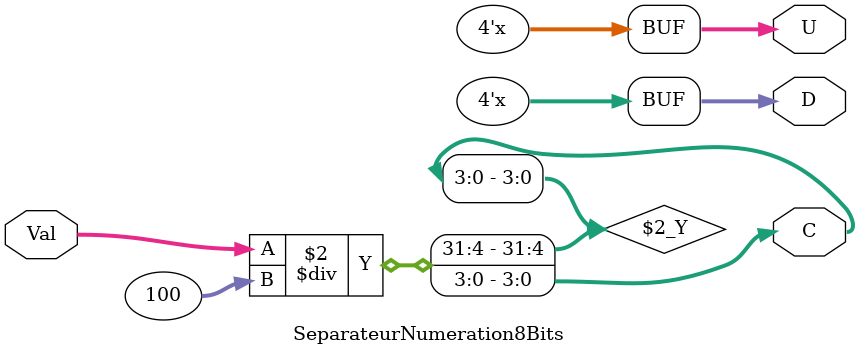
<source format=v>
module SeparateurNumeration8Bits(Val, C, D, U);

input[7:0] Val;

output[3:0] C, D, U;
reg[3:0] C,D,U;

reg[6:0] V;


always @(Val)
begin
	C <= Val/100;
	V <= Val%100;
	D <= V/10;
	U <= V%10;
	
end

endmodule
</source>
